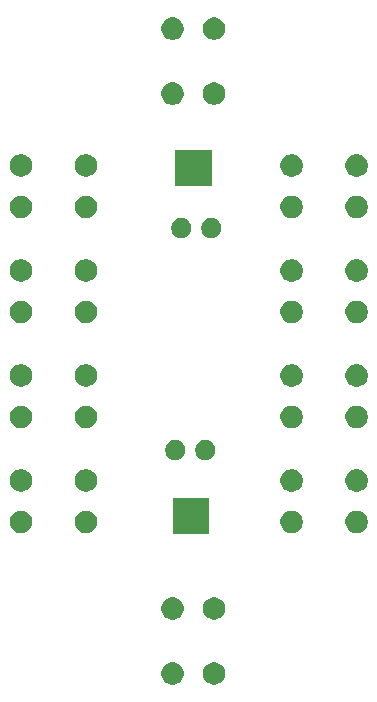
<source format=gbr>
G04 #@! TF.GenerationSoftware,KiCad,Pcbnew,(5.1.2-1)-1*
G04 #@! TF.CreationDate,2019-10-04T07:05:19-04:00*
G04 #@! TF.ProjectId,CANtina,43414e74-696e-4612-9e6b-696361645f70,rev?*
G04 #@! TF.SameCoordinates,Original*
G04 #@! TF.FileFunction,Soldermask,Bot*
G04 #@! TF.FilePolarity,Negative*
%FSLAX46Y46*%
G04 Gerber Fmt 4.6, Leading zero omitted, Abs format (unit mm)*
G04 Created by KiCad (PCBNEW (5.1.2-1)-1) date 2019-10-04 07:05:19*
%MOMM*%
%LPD*%
G04 APERTURE LIST*
%ADD10C,0.100000*%
G04 APERTURE END LIST*
D10*
G36*
X152903395Y-129251546D02*
G01*
X153076466Y-129323234D01*
X153076467Y-129323235D01*
X153232227Y-129427310D01*
X153364690Y-129559773D01*
X153364691Y-129559775D01*
X153468766Y-129715534D01*
X153540454Y-129888605D01*
X153577000Y-130072333D01*
X153577000Y-130259667D01*
X153540454Y-130443395D01*
X153468766Y-130616466D01*
X153468765Y-130616467D01*
X153364690Y-130772227D01*
X153232227Y-130904690D01*
X153153818Y-130957081D01*
X153076466Y-131008766D01*
X152903395Y-131080454D01*
X152719667Y-131117000D01*
X152532333Y-131117000D01*
X152348605Y-131080454D01*
X152175534Y-131008766D01*
X152098182Y-130957081D01*
X152019773Y-130904690D01*
X151887310Y-130772227D01*
X151783235Y-130616467D01*
X151783234Y-130616466D01*
X151711546Y-130443395D01*
X151675000Y-130259667D01*
X151675000Y-130072333D01*
X151711546Y-129888605D01*
X151783234Y-129715534D01*
X151887309Y-129559775D01*
X151887310Y-129559773D01*
X152019773Y-129427310D01*
X152175533Y-129323235D01*
X152175534Y-129323234D01*
X152348605Y-129251546D01*
X152532333Y-129215000D01*
X152719667Y-129215000D01*
X152903395Y-129251546D01*
X152903395Y-129251546D01*
G37*
G36*
X149403395Y-129251546D02*
G01*
X149576466Y-129323234D01*
X149576467Y-129323235D01*
X149732227Y-129427310D01*
X149864690Y-129559773D01*
X149864691Y-129559775D01*
X149968766Y-129715534D01*
X150040454Y-129888605D01*
X150077000Y-130072333D01*
X150077000Y-130259667D01*
X150040454Y-130443395D01*
X149968766Y-130616466D01*
X149968765Y-130616467D01*
X149864690Y-130772227D01*
X149732227Y-130904690D01*
X149653818Y-130957081D01*
X149576466Y-131008766D01*
X149403395Y-131080454D01*
X149219667Y-131117000D01*
X149032333Y-131117000D01*
X148848605Y-131080454D01*
X148675534Y-131008766D01*
X148598182Y-130957081D01*
X148519773Y-130904690D01*
X148387310Y-130772227D01*
X148283235Y-130616467D01*
X148283234Y-130616466D01*
X148211546Y-130443395D01*
X148175000Y-130259667D01*
X148175000Y-130072333D01*
X148211546Y-129888605D01*
X148283234Y-129715534D01*
X148387309Y-129559775D01*
X148387310Y-129559773D01*
X148519773Y-129427310D01*
X148675533Y-129323235D01*
X148675534Y-129323234D01*
X148848605Y-129251546D01*
X149032333Y-129215000D01*
X149219667Y-129215000D01*
X149403395Y-129251546D01*
X149403395Y-129251546D01*
G37*
G36*
X152903395Y-123751546D02*
G01*
X153076466Y-123823234D01*
X153076467Y-123823235D01*
X153232227Y-123927310D01*
X153364690Y-124059773D01*
X153364691Y-124059775D01*
X153468766Y-124215534D01*
X153540454Y-124388605D01*
X153577000Y-124572333D01*
X153577000Y-124759667D01*
X153540454Y-124943395D01*
X153468766Y-125116466D01*
X153468765Y-125116467D01*
X153364690Y-125272227D01*
X153232227Y-125404690D01*
X153153818Y-125457081D01*
X153076466Y-125508766D01*
X152903395Y-125580454D01*
X152719667Y-125617000D01*
X152532333Y-125617000D01*
X152348605Y-125580454D01*
X152175534Y-125508766D01*
X152098182Y-125457081D01*
X152019773Y-125404690D01*
X151887310Y-125272227D01*
X151783235Y-125116467D01*
X151783234Y-125116466D01*
X151711546Y-124943395D01*
X151675000Y-124759667D01*
X151675000Y-124572333D01*
X151711546Y-124388605D01*
X151783234Y-124215534D01*
X151887309Y-124059775D01*
X151887310Y-124059773D01*
X152019773Y-123927310D01*
X152175533Y-123823235D01*
X152175534Y-123823234D01*
X152348605Y-123751546D01*
X152532333Y-123715000D01*
X152719667Y-123715000D01*
X152903395Y-123751546D01*
X152903395Y-123751546D01*
G37*
G36*
X149403395Y-123751546D02*
G01*
X149576466Y-123823234D01*
X149576467Y-123823235D01*
X149732227Y-123927310D01*
X149864690Y-124059773D01*
X149864691Y-124059775D01*
X149968766Y-124215534D01*
X150040454Y-124388605D01*
X150077000Y-124572333D01*
X150077000Y-124759667D01*
X150040454Y-124943395D01*
X149968766Y-125116466D01*
X149968765Y-125116467D01*
X149864690Y-125272227D01*
X149732227Y-125404690D01*
X149653818Y-125457081D01*
X149576466Y-125508766D01*
X149403395Y-125580454D01*
X149219667Y-125617000D01*
X149032333Y-125617000D01*
X148848605Y-125580454D01*
X148675534Y-125508766D01*
X148598182Y-125457081D01*
X148519773Y-125404690D01*
X148387310Y-125272227D01*
X148283235Y-125116467D01*
X148283234Y-125116466D01*
X148211546Y-124943395D01*
X148175000Y-124759667D01*
X148175000Y-124572333D01*
X148211546Y-124388605D01*
X148283234Y-124215534D01*
X148387309Y-124059775D01*
X148387310Y-124059773D01*
X148519773Y-123927310D01*
X148675533Y-123823235D01*
X148675534Y-123823234D01*
X148848605Y-123751546D01*
X149032333Y-123715000D01*
X149219667Y-123715000D01*
X149403395Y-123751546D01*
X149403395Y-123751546D01*
G37*
G36*
X152236000Y-118391000D02*
G01*
X149134000Y-118391000D01*
X149134000Y-115289000D01*
X152236000Y-115289000D01*
X152236000Y-118391000D01*
X152236000Y-118391000D01*
G37*
G36*
X164987395Y-116405546D02*
G01*
X165160466Y-116477234D01*
X165160467Y-116477235D01*
X165316227Y-116581310D01*
X165448690Y-116713773D01*
X165448691Y-116713775D01*
X165552766Y-116869534D01*
X165624454Y-117042605D01*
X165661000Y-117226333D01*
X165661000Y-117413667D01*
X165624454Y-117597395D01*
X165552766Y-117770466D01*
X165552765Y-117770467D01*
X165448690Y-117926227D01*
X165316227Y-118058690D01*
X165237818Y-118111081D01*
X165160466Y-118162766D01*
X164987395Y-118234454D01*
X164803667Y-118271000D01*
X164616333Y-118271000D01*
X164432605Y-118234454D01*
X164259534Y-118162766D01*
X164182182Y-118111081D01*
X164103773Y-118058690D01*
X163971310Y-117926227D01*
X163867235Y-117770467D01*
X163867234Y-117770466D01*
X163795546Y-117597395D01*
X163759000Y-117413667D01*
X163759000Y-117226333D01*
X163795546Y-117042605D01*
X163867234Y-116869534D01*
X163971309Y-116713775D01*
X163971310Y-116713773D01*
X164103773Y-116581310D01*
X164259533Y-116477235D01*
X164259534Y-116477234D01*
X164432605Y-116405546D01*
X164616333Y-116369000D01*
X164803667Y-116369000D01*
X164987395Y-116405546D01*
X164987395Y-116405546D01*
G37*
G36*
X159487395Y-116405546D02*
G01*
X159660466Y-116477234D01*
X159660467Y-116477235D01*
X159816227Y-116581310D01*
X159948690Y-116713773D01*
X159948691Y-116713775D01*
X160052766Y-116869534D01*
X160124454Y-117042605D01*
X160161000Y-117226333D01*
X160161000Y-117413667D01*
X160124454Y-117597395D01*
X160052766Y-117770466D01*
X160052765Y-117770467D01*
X159948690Y-117926227D01*
X159816227Y-118058690D01*
X159737818Y-118111081D01*
X159660466Y-118162766D01*
X159487395Y-118234454D01*
X159303667Y-118271000D01*
X159116333Y-118271000D01*
X158932605Y-118234454D01*
X158759534Y-118162766D01*
X158682182Y-118111081D01*
X158603773Y-118058690D01*
X158471310Y-117926227D01*
X158367235Y-117770467D01*
X158367234Y-117770466D01*
X158295546Y-117597395D01*
X158259000Y-117413667D01*
X158259000Y-117226333D01*
X158295546Y-117042605D01*
X158367234Y-116869534D01*
X158471309Y-116713775D01*
X158471310Y-116713773D01*
X158603773Y-116581310D01*
X158759533Y-116477235D01*
X158759534Y-116477234D01*
X158932605Y-116405546D01*
X159116333Y-116369000D01*
X159303667Y-116369000D01*
X159487395Y-116405546D01*
X159487395Y-116405546D01*
G37*
G36*
X142057395Y-116405546D02*
G01*
X142230466Y-116477234D01*
X142230467Y-116477235D01*
X142386227Y-116581310D01*
X142518690Y-116713773D01*
X142518691Y-116713775D01*
X142622766Y-116869534D01*
X142694454Y-117042605D01*
X142731000Y-117226333D01*
X142731000Y-117413667D01*
X142694454Y-117597395D01*
X142622766Y-117770466D01*
X142622765Y-117770467D01*
X142518690Y-117926227D01*
X142386227Y-118058690D01*
X142307818Y-118111081D01*
X142230466Y-118162766D01*
X142057395Y-118234454D01*
X141873667Y-118271000D01*
X141686333Y-118271000D01*
X141502605Y-118234454D01*
X141329534Y-118162766D01*
X141252182Y-118111081D01*
X141173773Y-118058690D01*
X141041310Y-117926227D01*
X140937235Y-117770467D01*
X140937234Y-117770466D01*
X140865546Y-117597395D01*
X140829000Y-117413667D01*
X140829000Y-117226333D01*
X140865546Y-117042605D01*
X140937234Y-116869534D01*
X141041309Y-116713775D01*
X141041310Y-116713773D01*
X141173773Y-116581310D01*
X141329533Y-116477235D01*
X141329534Y-116477234D01*
X141502605Y-116405546D01*
X141686333Y-116369000D01*
X141873667Y-116369000D01*
X142057395Y-116405546D01*
X142057395Y-116405546D01*
G37*
G36*
X136557395Y-116405546D02*
G01*
X136730466Y-116477234D01*
X136730467Y-116477235D01*
X136886227Y-116581310D01*
X137018690Y-116713773D01*
X137018691Y-116713775D01*
X137122766Y-116869534D01*
X137194454Y-117042605D01*
X137231000Y-117226333D01*
X137231000Y-117413667D01*
X137194454Y-117597395D01*
X137122766Y-117770466D01*
X137122765Y-117770467D01*
X137018690Y-117926227D01*
X136886227Y-118058690D01*
X136807818Y-118111081D01*
X136730466Y-118162766D01*
X136557395Y-118234454D01*
X136373667Y-118271000D01*
X136186333Y-118271000D01*
X136002605Y-118234454D01*
X135829534Y-118162766D01*
X135752182Y-118111081D01*
X135673773Y-118058690D01*
X135541310Y-117926227D01*
X135437235Y-117770467D01*
X135437234Y-117770466D01*
X135365546Y-117597395D01*
X135329000Y-117413667D01*
X135329000Y-117226333D01*
X135365546Y-117042605D01*
X135437234Y-116869534D01*
X135541309Y-116713775D01*
X135541310Y-116713773D01*
X135673773Y-116581310D01*
X135829533Y-116477235D01*
X135829534Y-116477234D01*
X136002605Y-116405546D01*
X136186333Y-116369000D01*
X136373667Y-116369000D01*
X136557395Y-116405546D01*
X136557395Y-116405546D01*
G37*
G36*
X164987395Y-112905546D02*
G01*
X165160466Y-112977234D01*
X165160467Y-112977235D01*
X165316227Y-113081310D01*
X165448690Y-113213773D01*
X165448691Y-113213775D01*
X165552766Y-113369534D01*
X165624454Y-113542605D01*
X165661000Y-113726333D01*
X165661000Y-113913667D01*
X165624454Y-114097395D01*
X165552766Y-114270466D01*
X165552765Y-114270467D01*
X165448690Y-114426227D01*
X165316227Y-114558690D01*
X165237818Y-114611081D01*
X165160466Y-114662766D01*
X164987395Y-114734454D01*
X164803667Y-114771000D01*
X164616333Y-114771000D01*
X164432605Y-114734454D01*
X164259534Y-114662766D01*
X164182182Y-114611081D01*
X164103773Y-114558690D01*
X163971310Y-114426227D01*
X163867235Y-114270467D01*
X163867234Y-114270466D01*
X163795546Y-114097395D01*
X163759000Y-113913667D01*
X163759000Y-113726333D01*
X163795546Y-113542605D01*
X163867234Y-113369534D01*
X163971309Y-113213775D01*
X163971310Y-113213773D01*
X164103773Y-113081310D01*
X164259533Y-112977235D01*
X164259534Y-112977234D01*
X164432605Y-112905546D01*
X164616333Y-112869000D01*
X164803667Y-112869000D01*
X164987395Y-112905546D01*
X164987395Y-112905546D01*
G37*
G36*
X159487395Y-112905546D02*
G01*
X159660466Y-112977234D01*
X159660467Y-112977235D01*
X159816227Y-113081310D01*
X159948690Y-113213773D01*
X159948691Y-113213775D01*
X160052766Y-113369534D01*
X160124454Y-113542605D01*
X160161000Y-113726333D01*
X160161000Y-113913667D01*
X160124454Y-114097395D01*
X160052766Y-114270466D01*
X160052765Y-114270467D01*
X159948690Y-114426227D01*
X159816227Y-114558690D01*
X159737818Y-114611081D01*
X159660466Y-114662766D01*
X159487395Y-114734454D01*
X159303667Y-114771000D01*
X159116333Y-114771000D01*
X158932605Y-114734454D01*
X158759534Y-114662766D01*
X158682182Y-114611081D01*
X158603773Y-114558690D01*
X158471310Y-114426227D01*
X158367235Y-114270467D01*
X158367234Y-114270466D01*
X158295546Y-114097395D01*
X158259000Y-113913667D01*
X158259000Y-113726333D01*
X158295546Y-113542605D01*
X158367234Y-113369534D01*
X158471309Y-113213775D01*
X158471310Y-113213773D01*
X158603773Y-113081310D01*
X158759533Y-112977235D01*
X158759534Y-112977234D01*
X158932605Y-112905546D01*
X159116333Y-112869000D01*
X159303667Y-112869000D01*
X159487395Y-112905546D01*
X159487395Y-112905546D01*
G37*
G36*
X142057395Y-112905546D02*
G01*
X142230466Y-112977234D01*
X142230467Y-112977235D01*
X142386227Y-113081310D01*
X142518690Y-113213773D01*
X142518691Y-113213775D01*
X142622766Y-113369534D01*
X142694454Y-113542605D01*
X142731000Y-113726333D01*
X142731000Y-113913667D01*
X142694454Y-114097395D01*
X142622766Y-114270466D01*
X142622765Y-114270467D01*
X142518690Y-114426227D01*
X142386227Y-114558690D01*
X142307818Y-114611081D01*
X142230466Y-114662766D01*
X142057395Y-114734454D01*
X141873667Y-114771000D01*
X141686333Y-114771000D01*
X141502605Y-114734454D01*
X141329534Y-114662766D01*
X141252182Y-114611081D01*
X141173773Y-114558690D01*
X141041310Y-114426227D01*
X140937235Y-114270467D01*
X140937234Y-114270466D01*
X140865546Y-114097395D01*
X140829000Y-113913667D01*
X140829000Y-113726333D01*
X140865546Y-113542605D01*
X140937234Y-113369534D01*
X141041309Y-113213775D01*
X141041310Y-113213773D01*
X141173773Y-113081310D01*
X141329533Y-112977235D01*
X141329534Y-112977234D01*
X141502605Y-112905546D01*
X141686333Y-112869000D01*
X141873667Y-112869000D01*
X142057395Y-112905546D01*
X142057395Y-112905546D01*
G37*
G36*
X136557395Y-112905546D02*
G01*
X136730466Y-112977234D01*
X136730467Y-112977235D01*
X136886227Y-113081310D01*
X137018690Y-113213773D01*
X137018691Y-113213775D01*
X137122766Y-113369534D01*
X137194454Y-113542605D01*
X137231000Y-113726333D01*
X137231000Y-113913667D01*
X137194454Y-114097395D01*
X137122766Y-114270466D01*
X137122765Y-114270467D01*
X137018690Y-114426227D01*
X136886227Y-114558690D01*
X136807818Y-114611081D01*
X136730466Y-114662766D01*
X136557395Y-114734454D01*
X136373667Y-114771000D01*
X136186333Y-114771000D01*
X136002605Y-114734454D01*
X135829534Y-114662766D01*
X135752182Y-114611081D01*
X135673773Y-114558690D01*
X135541310Y-114426227D01*
X135437235Y-114270467D01*
X135437234Y-114270466D01*
X135365546Y-114097395D01*
X135329000Y-113913667D01*
X135329000Y-113726333D01*
X135365546Y-113542605D01*
X135437234Y-113369534D01*
X135541309Y-113213775D01*
X135541310Y-113213773D01*
X135673773Y-113081310D01*
X135829533Y-112977235D01*
X135829534Y-112977234D01*
X136002605Y-112905546D01*
X136186333Y-112869000D01*
X136373667Y-112869000D01*
X136557395Y-112905546D01*
X136557395Y-112905546D01*
G37*
G36*
X152140228Y-110433703D02*
G01*
X152295100Y-110497853D01*
X152434481Y-110590985D01*
X152553015Y-110709519D01*
X152646147Y-110848900D01*
X152710297Y-111003772D01*
X152743000Y-111168184D01*
X152743000Y-111335816D01*
X152710297Y-111500228D01*
X152646147Y-111655100D01*
X152553015Y-111794481D01*
X152434481Y-111913015D01*
X152295100Y-112006147D01*
X152140228Y-112070297D01*
X151975816Y-112103000D01*
X151808184Y-112103000D01*
X151643772Y-112070297D01*
X151488900Y-112006147D01*
X151349519Y-111913015D01*
X151230985Y-111794481D01*
X151137853Y-111655100D01*
X151073703Y-111500228D01*
X151041000Y-111335816D01*
X151041000Y-111168184D01*
X151073703Y-111003772D01*
X151137853Y-110848900D01*
X151230985Y-110709519D01*
X151349519Y-110590985D01*
X151488900Y-110497853D01*
X151643772Y-110433703D01*
X151808184Y-110401000D01*
X151975816Y-110401000D01*
X152140228Y-110433703D01*
X152140228Y-110433703D01*
G37*
G36*
X149600228Y-110433703D02*
G01*
X149755100Y-110497853D01*
X149894481Y-110590985D01*
X150013015Y-110709519D01*
X150106147Y-110848900D01*
X150170297Y-111003772D01*
X150203000Y-111168184D01*
X150203000Y-111335816D01*
X150170297Y-111500228D01*
X150106147Y-111655100D01*
X150013015Y-111794481D01*
X149894481Y-111913015D01*
X149755100Y-112006147D01*
X149600228Y-112070297D01*
X149435816Y-112103000D01*
X149268184Y-112103000D01*
X149103772Y-112070297D01*
X148948900Y-112006147D01*
X148809519Y-111913015D01*
X148690985Y-111794481D01*
X148597853Y-111655100D01*
X148533703Y-111500228D01*
X148501000Y-111335816D01*
X148501000Y-111168184D01*
X148533703Y-111003772D01*
X148597853Y-110848900D01*
X148690985Y-110709519D01*
X148809519Y-110590985D01*
X148948900Y-110497853D01*
X149103772Y-110433703D01*
X149268184Y-110401000D01*
X149435816Y-110401000D01*
X149600228Y-110433703D01*
X149600228Y-110433703D01*
G37*
G36*
X142057395Y-107515546D02*
G01*
X142230466Y-107587234D01*
X142230467Y-107587235D01*
X142386227Y-107691310D01*
X142518690Y-107823773D01*
X142518691Y-107823775D01*
X142622766Y-107979534D01*
X142694454Y-108152605D01*
X142731000Y-108336333D01*
X142731000Y-108523667D01*
X142694454Y-108707395D01*
X142622766Y-108880466D01*
X142622765Y-108880467D01*
X142518690Y-109036227D01*
X142386227Y-109168690D01*
X142307818Y-109221081D01*
X142230466Y-109272766D01*
X142057395Y-109344454D01*
X141873667Y-109381000D01*
X141686333Y-109381000D01*
X141502605Y-109344454D01*
X141329534Y-109272766D01*
X141252182Y-109221081D01*
X141173773Y-109168690D01*
X141041310Y-109036227D01*
X140937235Y-108880467D01*
X140937234Y-108880466D01*
X140865546Y-108707395D01*
X140829000Y-108523667D01*
X140829000Y-108336333D01*
X140865546Y-108152605D01*
X140937234Y-107979534D01*
X141041309Y-107823775D01*
X141041310Y-107823773D01*
X141173773Y-107691310D01*
X141329533Y-107587235D01*
X141329534Y-107587234D01*
X141502605Y-107515546D01*
X141686333Y-107479000D01*
X141873667Y-107479000D01*
X142057395Y-107515546D01*
X142057395Y-107515546D01*
G37*
G36*
X136557395Y-107515546D02*
G01*
X136730466Y-107587234D01*
X136730467Y-107587235D01*
X136886227Y-107691310D01*
X137018690Y-107823773D01*
X137018691Y-107823775D01*
X137122766Y-107979534D01*
X137194454Y-108152605D01*
X137231000Y-108336333D01*
X137231000Y-108523667D01*
X137194454Y-108707395D01*
X137122766Y-108880466D01*
X137122765Y-108880467D01*
X137018690Y-109036227D01*
X136886227Y-109168690D01*
X136807818Y-109221081D01*
X136730466Y-109272766D01*
X136557395Y-109344454D01*
X136373667Y-109381000D01*
X136186333Y-109381000D01*
X136002605Y-109344454D01*
X135829534Y-109272766D01*
X135752182Y-109221081D01*
X135673773Y-109168690D01*
X135541310Y-109036227D01*
X135437235Y-108880467D01*
X135437234Y-108880466D01*
X135365546Y-108707395D01*
X135329000Y-108523667D01*
X135329000Y-108336333D01*
X135365546Y-108152605D01*
X135437234Y-107979534D01*
X135541309Y-107823775D01*
X135541310Y-107823773D01*
X135673773Y-107691310D01*
X135829533Y-107587235D01*
X135829534Y-107587234D01*
X136002605Y-107515546D01*
X136186333Y-107479000D01*
X136373667Y-107479000D01*
X136557395Y-107515546D01*
X136557395Y-107515546D01*
G37*
G36*
X164987395Y-107515546D02*
G01*
X165160466Y-107587234D01*
X165160467Y-107587235D01*
X165316227Y-107691310D01*
X165448690Y-107823773D01*
X165448691Y-107823775D01*
X165552766Y-107979534D01*
X165624454Y-108152605D01*
X165661000Y-108336333D01*
X165661000Y-108523667D01*
X165624454Y-108707395D01*
X165552766Y-108880466D01*
X165552765Y-108880467D01*
X165448690Y-109036227D01*
X165316227Y-109168690D01*
X165237818Y-109221081D01*
X165160466Y-109272766D01*
X164987395Y-109344454D01*
X164803667Y-109381000D01*
X164616333Y-109381000D01*
X164432605Y-109344454D01*
X164259534Y-109272766D01*
X164182182Y-109221081D01*
X164103773Y-109168690D01*
X163971310Y-109036227D01*
X163867235Y-108880467D01*
X163867234Y-108880466D01*
X163795546Y-108707395D01*
X163759000Y-108523667D01*
X163759000Y-108336333D01*
X163795546Y-108152605D01*
X163867234Y-107979534D01*
X163971309Y-107823775D01*
X163971310Y-107823773D01*
X164103773Y-107691310D01*
X164259533Y-107587235D01*
X164259534Y-107587234D01*
X164432605Y-107515546D01*
X164616333Y-107479000D01*
X164803667Y-107479000D01*
X164987395Y-107515546D01*
X164987395Y-107515546D01*
G37*
G36*
X159487395Y-107515546D02*
G01*
X159660466Y-107587234D01*
X159660467Y-107587235D01*
X159816227Y-107691310D01*
X159948690Y-107823773D01*
X159948691Y-107823775D01*
X160052766Y-107979534D01*
X160124454Y-108152605D01*
X160161000Y-108336333D01*
X160161000Y-108523667D01*
X160124454Y-108707395D01*
X160052766Y-108880466D01*
X160052765Y-108880467D01*
X159948690Y-109036227D01*
X159816227Y-109168690D01*
X159737818Y-109221081D01*
X159660466Y-109272766D01*
X159487395Y-109344454D01*
X159303667Y-109381000D01*
X159116333Y-109381000D01*
X158932605Y-109344454D01*
X158759534Y-109272766D01*
X158682182Y-109221081D01*
X158603773Y-109168690D01*
X158471310Y-109036227D01*
X158367235Y-108880467D01*
X158367234Y-108880466D01*
X158295546Y-108707395D01*
X158259000Y-108523667D01*
X158259000Y-108336333D01*
X158295546Y-108152605D01*
X158367234Y-107979534D01*
X158471309Y-107823775D01*
X158471310Y-107823773D01*
X158603773Y-107691310D01*
X158759533Y-107587235D01*
X158759534Y-107587234D01*
X158932605Y-107515546D01*
X159116333Y-107479000D01*
X159303667Y-107479000D01*
X159487395Y-107515546D01*
X159487395Y-107515546D01*
G37*
G36*
X164987395Y-104015546D02*
G01*
X165160466Y-104087234D01*
X165160467Y-104087235D01*
X165316227Y-104191310D01*
X165448690Y-104323773D01*
X165448691Y-104323775D01*
X165552766Y-104479534D01*
X165624454Y-104652605D01*
X165661000Y-104836333D01*
X165661000Y-105023667D01*
X165624454Y-105207395D01*
X165552766Y-105380466D01*
X165552765Y-105380467D01*
X165448690Y-105536227D01*
X165316227Y-105668690D01*
X165237818Y-105721081D01*
X165160466Y-105772766D01*
X164987395Y-105844454D01*
X164803667Y-105881000D01*
X164616333Y-105881000D01*
X164432605Y-105844454D01*
X164259534Y-105772766D01*
X164182182Y-105721081D01*
X164103773Y-105668690D01*
X163971310Y-105536227D01*
X163867235Y-105380467D01*
X163867234Y-105380466D01*
X163795546Y-105207395D01*
X163759000Y-105023667D01*
X163759000Y-104836333D01*
X163795546Y-104652605D01*
X163867234Y-104479534D01*
X163971309Y-104323775D01*
X163971310Y-104323773D01*
X164103773Y-104191310D01*
X164259533Y-104087235D01*
X164259534Y-104087234D01*
X164432605Y-104015546D01*
X164616333Y-103979000D01*
X164803667Y-103979000D01*
X164987395Y-104015546D01*
X164987395Y-104015546D01*
G37*
G36*
X142057395Y-104015546D02*
G01*
X142230466Y-104087234D01*
X142230467Y-104087235D01*
X142386227Y-104191310D01*
X142518690Y-104323773D01*
X142518691Y-104323775D01*
X142622766Y-104479534D01*
X142694454Y-104652605D01*
X142731000Y-104836333D01*
X142731000Y-105023667D01*
X142694454Y-105207395D01*
X142622766Y-105380466D01*
X142622765Y-105380467D01*
X142518690Y-105536227D01*
X142386227Y-105668690D01*
X142307818Y-105721081D01*
X142230466Y-105772766D01*
X142057395Y-105844454D01*
X141873667Y-105881000D01*
X141686333Y-105881000D01*
X141502605Y-105844454D01*
X141329534Y-105772766D01*
X141252182Y-105721081D01*
X141173773Y-105668690D01*
X141041310Y-105536227D01*
X140937235Y-105380467D01*
X140937234Y-105380466D01*
X140865546Y-105207395D01*
X140829000Y-105023667D01*
X140829000Y-104836333D01*
X140865546Y-104652605D01*
X140937234Y-104479534D01*
X141041309Y-104323775D01*
X141041310Y-104323773D01*
X141173773Y-104191310D01*
X141329533Y-104087235D01*
X141329534Y-104087234D01*
X141502605Y-104015546D01*
X141686333Y-103979000D01*
X141873667Y-103979000D01*
X142057395Y-104015546D01*
X142057395Y-104015546D01*
G37*
G36*
X159487395Y-104015546D02*
G01*
X159660466Y-104087234D01*
X159660467Y-104087235D01*
X159816227Y-104191310D01*
X159948690Y-104323773D01*
X159948691Y-104323775D01*
X160052766Y-104479534D01*
X160124454Y-104652605D01*
X160161000Y-104836333D01*
X160161000Y-105023667D01*
X160124454Y-105207395D01*
X160052766Y-105380466D01*
X160052765Y-105380467D01*
X159948690Y-105536227D01*
X159816227Y-105668690D01*
X159737818Y-105721081D01*
X159660466Y-105772766D01*
X159487395Y-105844454D01*
X159303667Y-105881000D01*
X159116333Y-105881000D01*
X158932605Y-105844454D01*
X158759534Y-105772766D01*
X158682182Y-105721081D01*
X158603773Y-105668690D01*
X158471310Y-105536227D01*
X158367235Y-105380467D01*
X158367234Y-105380466D01*
X158295546Y-105207395D01*
X158259000Y-105023667D01*
X158259000Y-104836333D01*
X158295546Y-104652605D01*
X158367234Y-104479534D01*
X158471309Y-104323775D01*
X158471310Y-104323773D01*
X158603773Y-104191310D01*
X158759533Y-104087235D01*
X158759534Y-104087234D01*
X158932605Y-104015546D01*
X159116333Y-103979000D01*
X159303667Y-103979000D01*
X159487395Y-104015546D01*
X159487395Y-104015546D01*
G37*
G36*
X136557395Y-104015546D02*
G01*
X136730466Y-104087234D01*
X136730467Y-104087235D01*
X136886227Y-104191310D01*
X137018690Y-104323773D01*
X137018691Y-104323775D01*
X137122766Y-104479534D01*
X137194454Y-104652605D01*
X137231000Y-104836333D01*
X137231000Y-105023667D01*
X137194454Y-105207395D01*
X137122766Y-105380466D01*
X137122765Y-105380467D01*
X137018690Y-105536227D01*
X136886227Y-105668690D01*
X136807818Y-105721081D01*
X136730466Y-105772766D01*
X136557395Y-105844454D01*
X136373667Y-105881000D01*
X136186333Y-105881000D01*
X136002605Y-105844454D01*
X135829534Y-105772766D01*
X135752182Y-105721081D01*
X135673773Y-105668690D01*
X135541310Y-105536227D01*
X135437235Y-105380467D01*
X135437234Y-105380466D01*
X135365546Y-105207395D01*
X135329000Y-105023667D01*
X135329000Y-104836333D01*
X135365546Y-104652605D01*
X135437234Y-104479534D01*
X135541309Y-104323775D01*
X135541310Y-104323773D01*
X135673773Y-104191310D01*
X135829533Y-104087235D01*
X135829534Y-104087234D01*
X136002605Y-104015546D01*
X136186333Y-103979000D01*
X136373667Y-103979000D01*
X136557395Y-104015546D01*
X136557395Y-104015546D01*
G37*
G36*
X159487395Y-98625546D02*
G01*
X159660466Y-98697234D01*
X159660467Y-98697235D01*
X159816227Y-98801310D01*
X159948690Y-98933773D01*
X159948691Y-98933775D01*
X160052766Y-99089534D01*
X160124454Y-99262605D01*
X160161000Y-99446333D01*
X160161000Y-99633667D01*
X160124454Y-99817395D01*
X160052766Y-99990466D01*
X160052765Y-99990467D01*
X159948690Y-100146227D01*
X159816227Y-100278690D01*
X159737818Y-100331081D01*
X159660466Y-100382766D01*
X159487395Y-100454454D01*
X159303667Y-100491000D01*
X159116333Y-100491000D01*
X158932605Y-100454454D01*
X158759534Y-100382766D01*
X158682182Y-100331081D01*
X158603773Y-100278690D01*
X158471310Y-100146227D01*
X158367235Y-99990467D01*
X158367234Y-99990466D01*
X158295546Y-99817395D01*
X158259000Y-99633667D01*
X158259000Y-99446333D01*
X158295546Y-99262605D01*
X158367234Y-99089534D01*
X158471309Y-98933775D01*
X158471310Y-98933773D01*
X158603773Y-98801310D01*
X158759533Y-98697235D01*
X158759534Y-98697234D01*
X158932605Y-98625546D01*
X159116333Y-98589000D01*
X159303667Y-98589000D01*
X159487395Y-98625546D01*
X159487395Y-98625546D01*
G37*
G36*
X136557395Y-98625546D02*
G01*
X136730466Y-98697234D01*
X136730467Y-98697235D01*
X136886227Y-98801310D01*
X137018690Y-98933773D01*
X137018691Y-98933775D01*
X137122766Y-99089534D01*
X137194454Y-99262605D01*
X137231000Y-99446333D01*
X137231000Y-99633667D01*
X137194454Y-99817395D01*
X137122766Y-99990466D01*
X137122765Y-99990467D01*
X137018690Y-100146227D01*
X136886227Y-100278690D01*
X136807818Y-100331081D01*
X136730466Y-100382766D01*
X136557395Y-100454454D01*
X136373667Y-100491000D01*
X136186333Y-100491000D01*
X136002605Y-100454454D01*
X135829534Y-100382766D01*
X135752182Y-100331081D01*
X135673773Y-100278690D01*
X135541310Y-100146227D01*
X135437235Y-99990467D01*
X135437234Y-99990466D01*
X135365546Y-99817395D01*
X135329000Y-99633667D01*
X135329000Y-99446333D01*
X135365546Y-99262605D01*
X135437234Y-99089534D01*
X135541309Y-98933775D01*
X135541310Y-98933773D01*
X135673773Y-98801310D01*
X135829533Y-98697235D01*
X135829534Y-98697234D01*
X136002605Y-98625546D01*
X136186333Y-98589000D01*
X136373667Y-98589000D01*
X136557395Y-98625546D01*
X136557395Y-98625546D01*
G37*
G36*
X142057395Y-98625546D02*
G01*
X142230466Y-98697234D01*
X142230467Y-98697235D01*
X142386227Y-98801310D01*
X142518690Y-98933773D01*
X142518691Y-98933775D01*
X142622766Y-99089534D01*
X142694454Y-99262605D01*
X142731000Y-99446333D01*
X142731000Y-99633667D01*
X142694454Y-99817395D01*
X142622766Y-99990466D01*
X142622765Y-99990467D01*
X142518690Y-100146227D01*
X142386227Y-100278690D01*
X142307818Y-100331081D01*
X142230466Y-100382766D01*
X142057395Y-100454454D01*
X141873667Y-100491000D01*
X141686333Y-100491000D01*
X141502605Y-100454454D01*
X141329534Y-100382766D01*
X141252182Y-100331081D01*
X141173773Y-100278690D01*
X141041310Y-100146227D01*
X140937235Y-99990467D01*
X140937234Y-99990466D01*
X140865546Y-99817395D01*
X140829000Y-99633667D01*
X140829000Y-99446333D01*
X140865546Y-99262605D01*
X140937234Y-99089534D01*
X141041309Y-98933775D01*
X141041310Y-98933773D01*
X141173773Y-98801310D01*
X141329533Y-98697235D01*
X141329534Y-98697234D01*
X141502605Y-98625546D01*
X141686333Y-98589000D01*
X141873667Y-98589000D01*
X142057395Y-98625546D01*
X142057395Y-98625546D01*
G37*
G36*
X164987395Y-98625546D02*
G01*
X165160466Y-98697234D01*
X165160467Y-98697235D01*
X165316227Y-98801310D01*
X165448690Y-98933773D01*
X165448691Y-98933775D01*
X165552766Y-99089534D01*
X165624454Y-99262605D01*
X165661000Y-99446333D01*
X165661000Y-99633667D01*
X165624454Y-99817395D01*
X165552766Y-99990466D01*
X165552765Y-99990467D01*
X165448690Y-100146227D01*
X165316227Y-100278690D01*
X165237818Y-100331081D01*
X165160466Y-100382766D01*
X164987395Y-100454454D01*
X164803667Y-100491000D01*
X164616333Y-100491000D01*
X164432605Y-100454454D01*
X164259534Y-100382766D01*
X164182182Y-100331081D01*
X164103773Y-100278690D01*
X163971310Y-100146227D01*
X163867235Y-99990467D01*
X163867234Y-99990466D01*
X163795546Y-99817395D01*
X163759000Y-99633667D01*
X163759000Y-99446333D01*
X163795546Y-99262605D01*
X163867234Y-99089534D01*
X163971309Y-98933775D01*
X163971310Y-98933773D01*
X164103773Y-98801310D01*
X164259533Y-98697235D01*
X164259534Y-98697234D01*
X164432605Y-98625546D01*
X164616333Y-98589000D01*
X164803667Y-98589000D01*
X164987395Y-98625546D01*
X164987395Y-98625546D01*
G37*
G36*
X159487395Y-95125546D02*
G01*
X159660466Y-95197234D01*
X159660467Y-95197235D01*
X159816227Y-95301310D01*
X159948690Y-95433773D01*
X159948691Y-95433775D01*
X160052766Y-95589534D01*
X160124454Y-95762605D01*
X160161000Y-95946333D01*
X160161000Y-96133667D01*
X160124454Y-96317395D01*
X160052766Y-96490466D01*
X160052765Y-96490467D01*
X159948690Y-96646227D01*
X159816227Y-96778690D01*
X159737818Y-96831081D01*
X159660466Y-96882766D01*
X159487395Y-96954454D01*
X159303667Y-96991000D01*
X159116333Y-96991000D01*
X158932605Y-96954454D01*
X158759534Y-96882766D01*
X158682182Y-96831081D01*
X158603773Y-96778690D01*
X158471310Y-96646227D01*
X158367235Y-96490467D01*
X158367234Y-96490466D01*
X158295546Y-96317395D01*
X158259000Y-96133667D01*
X158259000Y-95946333D01*
X158295546Y-95762605D01*
X158367234Y-95589534D01*
X158471309Y-95433775D01*
X158471310Y-95433773D01*
X158603773Y-95301310D01*
X158759533Y-95197235D01*
X158759534Y-95197234D01*
X158932605Y-95125546D01*
X159116333Y-95089000D01*
X159303667Y-95089000D01*
X159487395Y-95125546D01*
X159487395Y-95125546D01*
G37*
G36*
X164987395Y-95125546D02*
G01*
X165160466Y-95197234D01*
X165160467Y-95197235D01*
X165316227Y-95301310D01*
X165448690Y-95433773D01*
X165448691Y-95433775D01*
X165552766Y-95589534D01*
X165624454Y-95762605D01*
X165661000Y-95946333D01*
X165661000Y-96133667D01*
X165624454Y-96317395D01*
X165552766Y-96490466D01*
X165552765Y-96490467D01*
X165448690Y-96646227D01*
X165316227Y-96778690D01*
X165237818Y-96831081D01*
X165160466Y-96882766D01*
X164987395Y-96954454D01*
X164803667Y-96991000D01*
X164616333Y-96991000D01*
X164432605Y-96954454D01*
X164259534Y-96882766D01*
X164182182Y-96831081D01*
X164103773Y-96778690D01*
X163971310Y-96646227D01*
X163867235Y-96490467D01*
X163867234Y-96490466D01*
X163795546Y-96317395D01*
X163759000Y-96133667D01*
X163759000Y-95946333D01*
X163795546Y-95762605D01*
X163867234Y-95589534D01*
X163971309Y-95433775D01*
X163971310Y-95433773D01*
X164103773Y-95301310D01*
X164259533Y-95197235D01*
X164259534Y-95197234D01*
X164432605Y-95125546D01*
X164616333Y-95089000D01*
X164803667Y-95089000D01*
X164987395Y-95125546D01*
X164987395Y-95125546D01*
G37*
G36*
X136557395Y-95125546D02*
G01*
X136730466Y-95197234D01*
X136730467Y-95197235D01*
X136886227Y-95301310D01*
X137018690Y-95433773D01*
X137018691Y-95433775D01*
X137122766Y-95589534D01*
X137194454Y-95762605D01*
X137231000Y-95946333D01*
X137231000Y-96133667D01*
X137194454Y-96317395D01*
X137122766Y-96490466D01*
X137122765Y-96490467D01*
X137018690Y-96646227D01*
X136886227Y-96778690D01*
X136807818Y-96831081D01*
X136730466Y-96882766D01*
X136557395Y-96954454D01*
X136373667Y-96991000D01*
X136186333Y-96991000D01*
X136002605Y-96954454D01*
X135829534Y-96882766D01*
X135752182Y-96831081D01*
X135673773Y-96778690D01*
X135541310Y-96646227D01*
X135437235Y-96490467D01*
X135437234Y-96490466D01*
X135365546Y-96317395D01*
X135329000Y-96133667D01*
X135329000Y-95946333D01*
X135365546Y-95762605D01*
X135437234Y-95589534D01*
X135541309Y-95433775D01*
X135541310Y-95433773D01*
X135673773Y-95301310D01*
X135829533Y-95197235D01*
X135829534Y-95197234D01*
X136002605Y-95125546D01*
X136186333Y-95089000D01*
X136373667Y-95089000D01*
X136557395Y-95125546D01*
X136557395Y-95125546D01*
G37*
G36*
X142057395Y-95125546D02*
G01*
X142230466Y-95197234D01*
X142230467Y-95197235D01*
X142386227Y-95301310D01*
X142518690Y-95433773D01*
X142518691Y-95433775D01*
X142622766Y-95589534D01*
X142694454Y-95762605D01*
X142731000Y-95946333D01*
X142731000Y-96133667D01*
X142694454Y-96317395D01*
X142622766Y-96490466D01*
X142622765Y-96490467D01*
X142518690Y-96646227D01*
X142386227Y-96778690D01*
X142307818Y-96831081D01*
X142230466Y-96882766D01*
X142057395Y-96954454D01*
X141873667Y-96991000D01*
X141686333Y-96991000D01*
X141502605Y-96954454D01*
X141329534Y-96882766D01*
X141252182Y-96831081D01*
X141173773Y-96778690D01*
X141041310Y-96646227D01*
X140937235Y-96490467D01*
X140937234Y-96490466D01*
X140865546Y-96317395D01*
X140829000Y-96133667D01*
X140829000Y-95946333D01*
X140865546Y-95762605D01*
X140937234Y-95589534D01*
X141041309Y-95433775D01*
X141041310Y-95433773D01*
X141173773Y-95301310D01*
X141329533Y-95197235D01*
X141329534Y-95197234D01*
X141502605Y-95125546D01*
X141686333Y-95089000D01*
X141873667Y-95089000D01*
X142057395Y-95125546D01*
X142057395Y-95125546D01*
G37*
G36*
X150108228Y-91637703D02*
G01*
X150263100Y-91701853D01*
X150402481Y-91794985D01*
X150521015Y-91913519D01*
X150614147Y-92052900D01*
X150678297Y-92207772D01*
X150711000Y-92372184D01*
X150711000Y-92539816D01*
X150678297Y-92704228D01*
X150614147Y-92859100D01*
X150521015Y-92998481D01*
X150402481Y-93117015D01*
X150263100Y-93210147D01*
X150108228Y-93274297D01*
X149943816Y-93307000D01*
X149776184Y-93307000D01*
X149611772Y-93274297D01*
X149456900Y-93210147D01*
X149317519Y-93117015D01*
X149198985Y-92998481D01*
X149105853Y-92859100D01*
X149041703Y-92704228D01*
X149009000Y-92539816D01*
X149009000Y-92372184D01*
X149041703Y-92207772D01*
X149105853Y-92052900D01*
X149198985Y-91913519D01*
X149317519Y-91794985D01*
X149456900Y-91701853D01*
X149611772Y-91637703D01*
X149776184Y-91605000D01*
X149943816Y-91605000D01*
X150108228Y-91637703D01*
X150108228Y-91637703D01*
G37*
G36*
X152648228Y-91637703D02*
G01*
X152803100Y-91701853D01*
X152942481Y-91794985D01*
X153061015Y-91913519D01*
X153154147Y-92052900D01*
X153218297Y-92207772D01*
X153251000Y-92372184D01*
X153251000Y-92539816D01*
X153218297Y-92704228D01*
X153154147Y-92859100D01*
X153061015Y-92998481D01*
X152942481Y-93117015D01*
X152803100Y-93210147D01*
X152648228Y-93274297D01*
X152483816Y-93307000D01*
X152316184Y-93307000D01*
X152151772Y-93274297D01*
X151996900Y-93210147D01*
X151857519Y-93117015D01*
X151738985Y-92998481D01*
X151645853Y-92859100D01*
X151581703Y-92704228D01*
X151549000Y-92539816D01*
X151549000Y-92372184D01*
X151581703Y-92207772D01*
X151645853Y-92052900D01*
X151738985Y-91913519D01*
X151857519Y-91794985D01*
X151996900Y-91701853D01*
X152151772Y-91637703D01*
X152316184Y-91605000D01*
X152483816Y-91605000D01*
X152648228Y-91637703D01*
X152648228Y-91637703D01*
G37*
G36*
X142057395Y-89735546D02*
G01*
X142230466Y-89807234D01*
X142230467Y-89807235D01*
X142386227Y-89911310D01*
X142518690Y-90043773D01*
X142518691Y-90043775D01*
X142622766Y-90199534D01*
X142694454Y-90372605D01*
X142731000Y-90556333D01*
X142731000Y-90743667D01*
X142694454Y-90927395D01*
X142622766Y-91100466D01*
X142622765Y-91100467D01*
X142518690Y-91256227D01*
X142386227Y-91388690D01*
X142307818Y-91441081D01*
X142230466Y-91492766D01*
X142057395Y-91564454D01*
X141873667Y-91601000D01*
X141686333Y-91601000D01*
X141502605Y-91564454D01*
X141329534Y-91492766D01*
X141252182Y-91441081D01*
X141173773Y-91388690D01*
X141041310Y-91256227D01*
X140937235Y-91100467D01*
X140937234Y-91100466D01*
X140865546Y-90927395D01*
X140829000Y-90743667D01*
X140829000Y-90556333D01*
X140865546Y-90372605D01*
X140937234Y-90199534D01*
X141041309Y-90043775D01*
X141041310Y-90043773D01*
X141173773Y-89911310D01*
X141329533Y-89807235D01*
X141329534Y-89807234D01*
X141502605Y-89735546D01*
X141686333Y-89699000D01*
X141873667Y-89699000D01*
X142057395Y-89735546D01*
X142057395Y-89735546D01*
G37*
G36*
X136557395Y-89735546D02*
G01*
X136730466Y-89807234D01*
X136730467Y-89807235D01*
X136886227Y-89911310D01*
X137018690Y-90043773D01*
X137018691Y-90043775D01*
X137122766Y-90199534D01*
X137194454Y-90372605D01*
X137231000Y-90556333D01*
X137231000Y-90743667D01*
X137194454Y-90927395D01*
X137122766Y-91100466D01*
X137122765Y-91100467D01*
X137018690Y-91256227D01*
X136886227Y-91388690D01*
X136807818Y-91441081D01*
X136730466Y-91492766D01*
X136557395Y-91564454D01*
X136373667Y-91601000D01*
X136186333Y-91601000D01*
X136002605Y-91564454D01*
X135829534Y-91492766D01*
X135752182Y-91441081D01*
X135673773Y-91388690D01*
X135541310Y-91256227D01*
X135437235Y-91100467D01*
X135437234Y-91100466D01*
X135365546Y-90927395D01*
X135329000Y-90743667D01*
X135329000Y-90556333D01*
X135365546Y-90372605D01*
X135437234Y-90199534D01*
X135541309Y-90043775D01*
X135541310Y-90043773D01*
X135673773Y-89911310D01*
X135829533Y-89807235D01*
X135829534Y-89807234D01*
X136002605Y-89735546D01*
X136186333Y-89699000D01*
X136373667Y-89699000D01*
X136557395Y-89735546D01*
X136557395Y-89735546D01*
G37*
G36*
X164987395Y-89735546D02*
G01*
X165160466Y-89807234D01*
X165160467Y-89807235D01*
X165316227Y-89911310D01*
X165448690Y-90043773D01*
X165448691Y-90043775D01*
X165552766Y-90199534D01*
X165624454Y-90372605D01*
X165661000Y-90556333D01*
X165661000Y-90743667D01*
X165624454Y-90927395D01*
X165552766Y-91100466D01*
X165552765Y-91100467D01*
X165448690Y-91256227D01*
X165316227Y-91388690D01*
X165237818Y-91441081D01*
X165160466Y-91492766D01*
X164987395Y-91564454D01*
X164803667Y-91601000D01*
X164616333Y-91601000D01*
X164432605Y-91564454D01*
X164259534Y-91492766D01*
X164182182Y-91441081D01*
X164103773Y-91388690D01*
X163971310Y-91256227D01*
X163867235Y-91100467D01*
X163867234Y-91100466D01*
X163795546Y-90927395D01*
X163759000Y-90743667D01*
X163759000Y-90556333D01*
X163795546Y-90372605D01*
X163867234Y-90199534D01*
X163971309Y-90043775D01*
X163971310Y-90043773D01*
X164103773Y-89911310D01*
X164259533Y-89807235D01*
X164259534Y-89807234D01*
X164432605Y-89735546D01*
X164616333Y-89699000D01*
X164803667Y-89699000D01*
X164987395Y-89735546D01*
X164987395Y-89735546D01*
G37*
G36*
X159487395Y-89735546D02*
G01*
X159660466Y-89807234D01*
X159660467Y-89807235D01*
X159816227Y-89911310D01*
X159948690Y-90043773D01*
X159948691Y-90043775D01*
X160052766Y-90199534D01*
X160124454Y-90372605D01*
X160161000Y-90556333D01*
X160161000Y-90743667D01*
X160124454Y-90927395D01*
X160052766Y-91100466D01*
X160052765Y-91100467D01*
X159948690Y-91256227D01*
X159816227Y-91388690D01*
X159737818Y-91441081D01*
X159660466Y-91492766D01*
X159487395Y-91564454D01*
X159303667Y-91601000D01*
X159116333Y-91601000D01*
X158932605Y-91564454D01*
X158759534Y-91492766D01*
X158682182Y-91441081D01*
X158603773Y-91388690D01*
X158471310Y-91256227D01*
X158367235Y-91100467D01*
X158367234Y-91100466D01*
X158295546Y-90927395D01*
X158259000Y-90743667D01*
X158259000Y-90556333D01*
X158295546Y-90372605D01*
X158367234Y-90199534D01*
X158471309Y-90043775D01*
X158471310Y-90043773D01*
X158603773Y-89911310D01*
X158759533Y-89807235D01*
X158759534Y-89807234D01*
X158932605Y-89735546D01*
X159116333Y-89699000D01*
X159303667Y-89699000D01*
X159487395Y-89735546D01*
X159487395Y-89735546D01*
G37*
G36*
X152427000Y-88927000D02*
G01*
X149325000Y-88927000D01*
X149325000Y-85825000D01*
X152427000Y-85825000D01*
X152427000Y-88927000D01*
X152427000Y-88927000D01*
G37*
G36*
X142057395Y-86235546D02*
G01*
X142230466Y-86307234D01*
X142230467Y-86307235D01*
X142386227Y-86411310D01*
X142518690Y-86543773D01*
X142518691Y-86543775D01*
X142622766Y-86699534D01*
X142694454Y-86872605D01*
X142731000Y-87056333D01*
X142731000Y-87243667D01*
X142694454Y-87427395D01*
X142622766Y-87600466D01*
X142622765Y-87600467D01*
X142518690Y-87756227D01*
X142386227Y-87888690D01*
X142307818Y-87941081D01*
X142230466Y-87992766D01*
X142057395Y-88064454D01*
X141873667Y-88101000D01*
X141686333Y-88101000D01*
X141502605Y-88064454D01*
X141329534Y-87992766D01*
X141252182Y-87941081D01*
X141173773Y-87888690D01*
X141041310Y-87756227D01*
X140937235Y-87600467D01*
X140937234Y-87600466D01*
X140865546Y-87427395D01*
X140829000Y-87243667D01*
X140829000Y-87056333D01*
X140865546Y-86872605D01*
X140937234Y-86699534D01*
X141041309Y-86543775D01*
X141041310Y-86543773D01*
X141173773Y-86411310D01*
X141329533Y-86307235D01*
X141329534Y-86307234D01*
X141502605Y-86235546D01*
X141686333Y-86199000D01*
X141873667Y-86199000D01*
X142057395Y-86235546D01*
X142057395Y-86235546D01*
G37*
G36*
X159487395Y-86235546D02*
G01*
X159660466Y-86307234D01*
X159660467Y-86307235D01*
X159816227Y-86411310D01*
X159948690Y-86543773D01*
X159948691Y-86543775D01*
X160052766Y-86699534D01*
X160124454Y-86872605D01*
X160161000Y-87056333D01*
X160161000Y-87243667D01*
X160124454Y-87427395D01*
X160052766Y-87600466D01*
X160052765Y-87600467D01*
X159948690Y-87756227D01*
X159816227Y-87888690D01*
X159737818Y-87941081D01*
X159660466Y-87992766D01*
X159487395Y-88064454D01*
X159303667Y-88101000D01*
X159116333Y-88101000D01*
X158932605Y-88064454D01*
X158759534Y-87992766D01*
X158682182Y-87941081D01*
X158603773Y-87888690D01*
X158471310Y-87756227D01*
X158367235Y-87600467D01*
X158367234Y-87600466D01*
X158295546Y-87427395D01*
X158259000Y-87243667D01*
X158259000Y-87056333D01*
X158295546Y-86872605D01*
X158367234Y-86699534D01*
X158471309Y-86543775D01*
X158471310Y-86543773D01*
X158603773Y-86411310D01*
X158759533Y-86307235D01*
X158759534Y-86307234D01*
X158932605Y-86235546D01*
X159116333Y-86199000D01*
X159303667Y-86199000D01*
X159487395Y-86235546D01*
X159487395Y-86235546D01*
G37*
G36*
X164987395Y-86235546D02*
G01*
X165160466Y-86307234D01*
X165160467Y-86307235D01*
X165316227Y-86411310D01*
X165448690Y-86543773D01*
X165448691Y-86543775D01*
X165552766Y-86699534D01*
X165624454Y-86872605D01*
X165661000Y-87056333D01*
X165661000Y-87243667D01*
X165624454Y-87427395D01*
X165552766Y-87600466D01*
X165552765Y-87600467D01*
X165448690Y-87756227D01*
X165316227Y-87888690D01*
X165237818Y-87941081D01*
X165160466Y-87992766D01*
X164987395Y-88064454D01*
X164803667Y-88101000D01*
X164616333Y-88101000D01*
X164432605Y-88064454D01*
X164259534Y-87992766D01*
X164182182Y-87941081D01*
X164103773Y-87888690D01*
X163971310Y-87756227D01*
X163867235Y-87600467D01*
X163867234Y-87600466D01*
X163795546Y-87427395D01*
X163759000Y-87243667D01*
X163759000Y-87056333D01*
X163795546Y-86872605D01*
X163867234Y-86699534D01*
X163971309Y-86543775D01*
X163971310Y-86543773D01*
X164103773Y-86411310D01*
X164259533Y-86307235D01*
X164259534Y-86307234D01*
X164432605Y-86235546D01*
X164616333Y-86199000D01*
X164803667Y-86199000D01*
X164987395Y-86235546D01*
X164987395Y-86235546D01*
G37*
G36*
X136557395Y-86235546D02*
G01*
X136730466Y-86307234D01*
X136730467Y-86307235D01*
X136886227Y-86411310D01*
X137018690Y-86543773D01*
X137018691Y-86543775D01*
X137122766Y-86699534D01*
X137194454Y-86872605D01*
X137231000Y-87056333D01*
X137231000Y-87243667D01*
X137194454Y-87427395D01*
X137122766Y-87600466D01*
X137122765Y-87600467D01*
X137018690Y-87756227D01*
X136886227Y-87888690D01*
X136807818Y-87941081D01*
X136730466Y-87992766D01*
X136557395Y-88064454D01*
X136373667Y-88101000D01*
X136186333Y-88101000D01*
X136002605Y-88064454D01*
X135829534Y-87992766D01*
X135752182Y-87941081D01*
X135673773Y-87888690D01*
X135541310Y-87756227D01*
X135437235Y-87600467D01*
X135437234Y-87600466D01*
X135365546Y-87427395D01*
X135329000Y-87243667D01*
X135329000Y-87056333D01*
X135365546Y-86872605D01*
X135437234Y-86699534D01*
X135541309Y-86543775D01*
X135541310Y-86543773D01*
X135673773Y-86411310D01*
X135829533Y-86307235D01*
X135829534Y-86307234D01*
X136002605Y-86235546D01*
X136186333Y-86199000D01*
X136373667Y-86199000D01*
X136557395Y-86235546D01*
X136557395Y-86235546D01*
G37*
G36*
X152903395Y-80159546D02*
G01*
X153076466Y-80231234D01*
X153076467Y-80231235D01*
X153232227Y-80335310D01*
X153364690Y-80467773D01*
X153364691Y-80467775D01*
X153468766Y-80623534D01*
X153540454Y-80796605D01*
X153577000Y-80980333D01*
X153577000Y-81167667D01*
X153540454Y-81351395D01*
X153468766Y-81524466D01*
X153468765Y-81524467D01*
X153364690Y-81680227D01*
X153232227Y-81812690D01*
X153153818Y-81865081D01*
X153076466Y-81916766D01*
X152903395Y-81988454D01*
X152719667Y-82025000D01*
X152532333Y-82025000D01*
X152348605Y-81988454D01*
X152175534Y-81916766D01*
X152098182Y-81865081D01*
X152019773Y-81812690D01*
X151887310Y-81680227D01*
X151783235Y-81524467D01*
X151783234Y-81524466D01*
X151711546Y-81351395D01*
X151675000Y-81167667D01*
X151675000Y-80980333D01*
X151711546Y-80796605D01*
X151783234Y-80623534D01*
X151887309Y-80467775D01*
X151887310Y-80467773D01*
X152019773Y-80335310D01*
X152175533Y-80231235D01*
X152175534Y-80231234D01*
X152348605Y-80159546D01*
X152532333Y-80123000D01*
X152719667Y-80123000D01*
X152903395Y-80159546D01*
X152903395Y-80159546D01*
G37*
G36*
X149403395Y-80159546D02*
G01*
X149576466Y-80231234D01*
X149576467Y-80231235D01*
X149732227Y-80335310D01*
X149864690Y-80467773D01*
X149864691Y-80467775D01*
X149968766Y-80623534D01*
X150040454Y-80796605D01*
X150077000Y-80980333D01*
X150077000Y-81167667D01*
X150040454Y-81351395D01*
X149968766Y-81524466D01*
X149968765Y-81524467D01*
X149864690Y-81680227D01*
X149732227Y-81812690D01*
X149653818Y-81865081D01*
X149576466Y-81916766D01*
X149403395Y-81988454D01*
X149219667Y-82025000D01*
X149032333Y-82025000D01*
X148848605Y-81988454D01*
X148675534Y-81916766D01*
X148598182Y-81865081D01*
X148519773Y-81812690D01*
X148387310Y-81680227D01*
X148283235Y-81524467D01*
X148283234Y-81524466D01*
X148211546Y-81351395D01*
X148175000Y-81167667D01*
X148175000Y-80980333D01*
X148211546Y-80796605D01*
X148283234Y-80623534D01*
X148387309Y-80467775D01*
X148387310Y-80467773D01*
X148519773Y-80335310D01*
X148675533Y-80231235D01*
X148675534Y-80231234D01*
X148848605Y-80159546D01*
X149032333Y-80123000D01*
X149219667Y-80123000D01*
X149403395Y-80159546D01*
X149403395Y-80159546D01*
G37*
G36*
X152903395Y-74659546D02*
G01*
X153076466Y-74731234D01*
X153076467Y-74731235D01*
X153232227Y-74835310D01*
X153364690Y-74967773D01*
X153364691Y-74967775D01*
X153468766Y-75123534D01*
X153540454Y-75296605D01*
X153577000Y-75480333D01*
X153577000Y-75667667D01*
X153540454Y-75851395D01*
X153468766Y-76024466D01*
X153468765Y-76024467D01*
X153364690Y-76180227D01*
X153232227Y-76312690D01*
X153153818Y-76365081D01*
X153076466Y-76416766D01*
X152903395Y-76488454D01*
X152719667Y-76525000D01*
X152532333Y-76525000D01*
X152348605Y-76488454D01*
X152175534Y-76416766D01*
X152098182Y-76365081D01*
X152019773Y-76312690D01*
X151887310Y-76180227D01*
X151783235Y-76024467D01*
X151783234Y-76024466D01*
X151711546Y-75851395D01*
X151675000Y-75667667D01*
X151675000Y-75480333D01*
X151711546Y-75296605D01*
X151783234Y-75123534D01*
X151887309Y-74967775D01*
X151887310Y-74967773D01*
X152019773Y-74835310D01*
X152175533Y-74731235D01*
X152175534Y-74731234D01*
X152348605Y-74659546D01*
X152532333Y-74623000D01*
X152719667Y-74623000D01*
X152903395Y-74659546D01*
X152903395Y-74659546D01*
G37*
G36*
X149403395Y-74659546D02*
G01*
X149576466Y-74731234D01*
X149576467Y-74731235D01*
X149732227Y-74835310D01*
X149864690Y-74967773D01*
X149864691Y-74967775D01*
X149968766Y-75123534D01*
X150040454Y-75296605D01*
X150077000Y-75480333D01*
X150077000Y-75667667D01*
X150040454Y-75851395D01*
X149968766Y-76024466D01*
X149968765Y-76024467D01*
X149864690Y-76180227D01*
X149732227Y-76312690D01*
X149653818Y-76365081D01*
X149576466Y-76416766D01*
X149403395Y-76488454D01*
X149219667Y-76525000D01*
X149032333Y-76525000D01*
X148848605Y-76488454D01*
X148675534Y-76416766D01*
X148598182Y-76365081D01*
X148519773Y-76312690D01*
X148387310Y-76180227D01*
X148283235Y-76024467D01*
X148283234Y-76024466D01*
X148211546Y-75851395D01*
X148175000Y-75667667D01*
X148175000Y-75480333D01*
X148211546Y-75296605D01*
X148283234Y-75123534D01*
X148387309Y-74967775D01*
X148387310Y-74967773D01*
X148519773Y-74835310D01*
X148675533Y-74731235D01*
X148675534Y-74731234D01*
X148848605Y-74659546D01*
X149032333Y-74623000D01*
X149219667Y-74623000D01*
X149403395Y-74659546D01*
X149403395Y-74659546D01*
G37*
M02*

</source>
